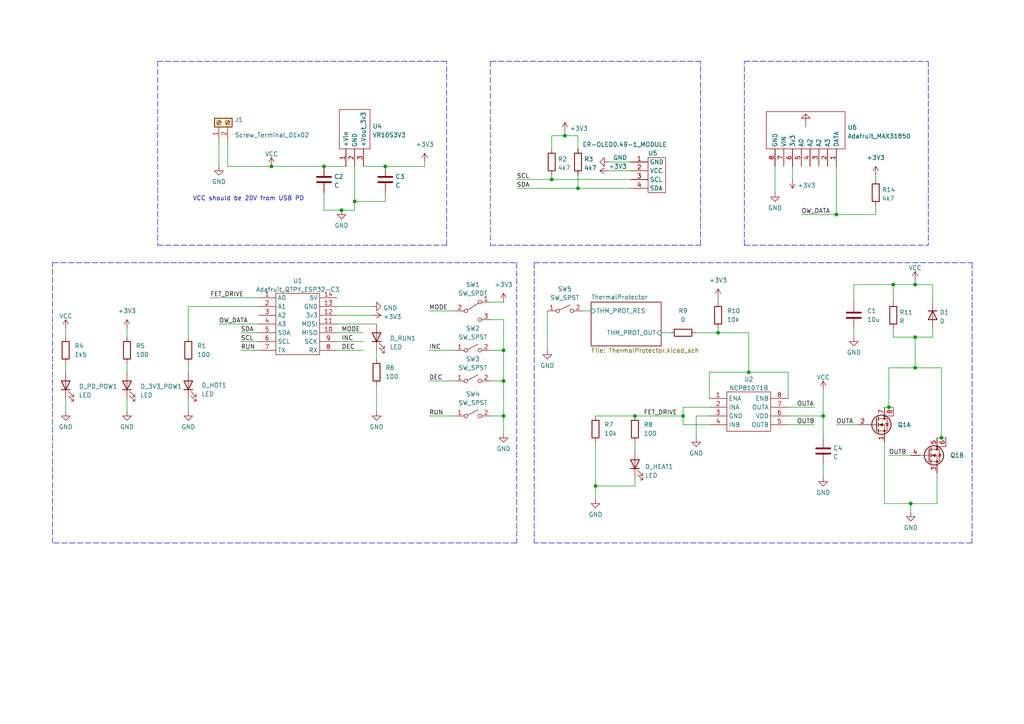
<source format=kicad_sch>
(kicad_sch (version 20211123) (generator eeschema)
  (paper "A4")
  (lib_symbols
    (symbol "Connector:Screw_Terminal_01x02" (pin_names (offset 1.016) hide)
      (property "Reference" "J" (at 0 2.54 0))
      (property "Value" "Screw_Terminal_01x02" (at 0 -5.08 0))
      (symbol "Screw_Terminal_01x02_1_1"
        (rectangle (start -1.27 1.27) (end 1.27 -3.81) (stroke (width 0.254)) (fill (type background)))
        (circle (center 0 -2.54) (radius 0.635) (stroke (width 0.1524)))
        (polyline (pts (xy -0.5334 -2.2098) (xy 0.3302 -3.048)) (stroke (width 0.1524)))
        (polyline (pts (xy -0.5334 0.3302) (xy 0.3302 -0.508)) (stroke (width 0.1524)))
        (polyline (pts (xy -0.3556 -2.032) (xy 0.508 -2.8702)) (stroke (width 0.1524)))
        (polyline (pts (xy -0.3556 0.508) (xy 0.508 -0.3302)) (stroke (width 0.1524)))
        (circle (center 0 0) (radius 0.635) (stroke (width 0.1524)))
        (pin passive line (at -5.08 0 0) (length 3.81) (name "Pin_1") (number "1"))
        (pin passive line (at -5.08 -2.54 0) (length 3.81) (name "Pin_2") (number "2"))
      )
    )
    (symbol "DevBoards:Adafruit_MAX31850"
      (property "Reference" "U" (at -10.16 3.175 0))
      (property "Value" "Adafruit_MAX31850" (at -1.905 5.08 0))
      (symbol "Adafruit_MAX31850_0_0"
        (pin unspecified line (at 8.89 -13.97 90) (length 5.08) (name "DATA") (number "1"))
        (pin unspecified line (at 6.35 -13.97 90) (length 5.08) (name "A3") (number "2"))
        (pin unspecified line (at 3.81 -13.97 90) (length 5.08) (name "A2") (number "3"))
        (pin unspecified line (at 1.27 -13.97 90) (length 5.08) (name "A2") (number "4"))
        (pin unspecified line (at -1.27 -13.97 90) (length 5.08) (name "A0") (number "5"))
        (pin unspecified line (at -3.81 -13.97 90) (length 5.08) (name "3v3") (number "6"))
        (pin unspecified line (at -6.35 -13.97 90) (length 5.08) (name "VIN") (number "7"))
        (pin unspecified line (at -8.89 -13.97 90) (length 5.08) (name "GND") (number "8"))
      )
      (symbol "Adafruit_MAX31850_0_1"
        (rectangle (start -11.43 1.905) (end 11.43 -8.89) (stroke (width 0.1524)))
        (polyline (pts (xy 0 -2.54) (xy 0 1.27) (xy -1.27 0) (xy 1.27 0) (xy 0 1.27)) (stroke (width 0.1524)))
      )
    )
    (symbol "DevBoards:Adafruit_QTPY_ESP32-C3"
      (property "Reference" "U" (at -11.43 3.81 0))
      (property "Value" "Adafruit_QTPY_ESP32-C3" (at 0 6.35 0))
      (symbol "Adafruit_QTPY_ESP32-C3_0_0"
        (pin unspecified line (at -11.43 0 0) (length 5.08) (name "A0") (number "1"))
        (pin unspecified line (at 11.43 -10.16 180) (length 5.08) (name "MISO") (number "10"))
        (pin unspecified line (at 11.43 -7.62 180) (length 5.08) (name "MOSI") (number "11"))
        (pin unspecified line (at 11.43 -5.08 180) (length 5.08) (name "3v3") (number "12"))
        (pin unspecified line (at 11.43 -2.54 180) (length 5.08) (name "GND") (number "13"))
        (pin unspecified line (at 11.43 0 180) (length 5.08) (name "5V") (number "14"))
        (pin unspecified line (at -11.43 -2.54 0) (length 5.08) (name "A1") (number "2"))
        (pin unspecified line (at -11.43 -5.08 0) (length 5.08) (name "A2") (number "3"))
        (pin unspecified line (at -11.43 -7.62 0) (length 5.08) (name "A3") (number "4"))
        (pin unspecified line (at -11.43 -10.16 0) (length 5.08) (name "SDA") (number "5"))
        (pin unspecified line (at -11.43 -12.7 0) (length 5.08) (name "SCL") (number "6"))
        (pin unspecified line (at -11.43 -15.24 0) (length 5.08) (name "TX") (number "7"))
        (pin unspecified line (at 11.43 -15.24 180) (length 5.08) (name "RX") (number "8"))
        (pin unspecified line (at 11.43 -12.7 180) (length 5.08) (name "SCK") (number "9"))
      )
      (symbol "Adafruit_QTPY_ESP32-C3_0_1"
        (rectangle (start -6.35 1.27) (end 6.35 -16.51) (stroke (width 0.1524)))
      )
    )
    (symbol "DevBoards:ER-OLED0.49-1_MODULE"
      (property "Reference" "U" (at -11.43 3.175 0))
      (property "Value" "ER-OLED0.49-1_MODULE" (at 0 5.08 0))
      (symbol "ER-OLED0.49-1_MODULE_0_0"
        (pin unspecified line (at -3.81 -10.16 90) (length 5.08) (name "GND") (number "1"))
        (pin unspecified line (at -1.27 -10.16 90) (length 5.08) (name "VCC") (number "2"))
        (pin unspecified line (at 1.27 -10.16 90) (length 5.08) (name "SCL") (number "3"))
        (pin unspecified line (at 3.81 -10.16 90) (length 5.08) (name "SDA") (number "4"))
      )
      (symbol "ER-OLED0.49-1_MODULE_0_1"
        (rectangle (start -5.08 0) (end 5.08 -5.08) (stroke (width 0.1524)))
      )
    )
    (symbol "Device:C" (pin_numbers hide) (pin_names (offset 0.254))
      (property "Reference" "C" (at 0.635 2.54 0))
      (property "Value" "C" (at 0.635 -2.54 0))
      (symbol "C_0_1"
        (polyline (pts (xy -2.032 -0.762) (xy 2.032 -0.762)) (stroke (width 0.508)))
        (polyline (pts (xy -2.032 0.762) (xy 2.032 0.762)) (stroke (width 0.508)))
      )
      (symbol "C_1_1"
        (pin passive line (at 0 3.81 270) (length 2.794) (name "~") (number "1"))
        (pin passive line (at 0 -3.81 90) (length 2.794) (name "~") (number "2"))
      )
    )
    (symbol "Device:D" (pin_numbers hide) (pin_names (offset 1.016) hide)
      (property "Reference" "D" (at 0 2.54 0))
      (property "Value" "D" (at 0 -2.54 0))
      (symbol "D_0_1"
        (polyline (pts (xy -1.27 1.27) (xy -1.27 -1.27)) (stroke (width 0.254)))
        (polyline (pts (xy 1.27 0) (xy -1.27 0)))
        (polyline (pts (xy 1.27 1.27) (xy 1.27 -1.27) (xy -1.27 0) (xy 1.27 1.27)) (stroke (width 0.254)))
      )
      (symbol "D_1_1"
        (pin passive line (at -3.81 0 0) (length 2.54) (name "K") (number "1"))
        (pin passive line (at 3.81 0 180) (length 2.54) (name "A") (number "2"))
      )
    )
    (symbol "Device:LED" (pin_numbers hide) (pin_names (offset 1.016) hide)
      (property "Reference" "D" (at 0 2.54 0))
      (property "Value" "LED" (at 0 -2.54 0))
      (symbol "LED_0_1"
        (polyline (pts (xy -1.27 -1.27) (xy -1.27 1.27)) (stroke (width 0.254)))
        (polyline (pts (xy -1.27 0) (xy 1.27 0)))
        (polyline (pts (xy 1.27 -1.27) (xy 1.27 1.27) (xy -1.27 0) (xy 1.27 -1.27)) (stroke (width 0.254)))
        (polyline (pts (xy -3.048 -0.762) (xy -4.572 -2.286) (xy -3.81 -2.286) (xy -4.572 -2.286) (xy -4.572 -1.524)))
        (polyline (pts (xy -1.778 -0.762) (xy -3.302 -2.286) (xy -2.54 -2.286) (xy -3.302 -2.286) (xy -3.302 -1.524)))
      )
      (symbol "LED_1_1"
        (pin passive line (at -3.81 0 0) (length 2.54) (name "K") (number "1"))
        (pin passive line (at 3.81 0 180) (length 2.54) (name "A") (number "2"))
      )
    )
    (symbol "Device:Q_Dual_NMOS_S1G1S2G2D2D2D1D1" (pin_names (offset 0) hide)
      (property "Reference" "Q" (at 5.08 1.27 0))
      (property "Value" "Q_Dual_NMOS_S1G1S2G2D2D2D1D1" (at 5.08 -1.27 0))
      (symbol "Q_Dual_NMOS_S1G1S2G2D2D2D1D1_0_1"
        (polyline (pts (xy 0.254 0) (xy -2.54 0)))
        (polyline (pts (xy 0.254 1.905) (xy 0.254 -1.905)) (stroke (width 0.254)))
        (polyline (pts (xy 0.762 -1.27) (xy 0.762 -2.286)) (stroke (width 0.254)))
        (polyline (pts (xy 0.762 0.508) (xy 0.762 -0.508)) (stroke (width 0.254)))
        (polyline (pts (xy 0.762 2.286) (xy 0.762 1.27)) (stroke (width 0.254)))
        (polyline (pts (xy 2.54 2.54) (xy 2.54 1.778)))
        (polyline (pts (xy 5.08 2.54) (xy 2.54 2.54)))
        (polyline (pts (xy 2.54 -2.54) (xy 2.54 0) (xy 0.762 0)))
        (polyline (pts (xy 0.762 -1.778) (xy 3.302 -1.778) (xy 3.302 1.778) (xy 0.762 1.778)))
        (polyline (pts (xy 1.016 0) (xy 2.032 0.381) (xy 2.032 -0.381) (xy 1.016 0)) (fill (type outline)))
        (polyline (pts (xy 2.794 0.508) (xy 2.921 0.381) (xy 3.683 0.381) (xy 3.81 0.254)))
        (polyline (pts (xy 3.302 0.381) (xy 2.921 -0.254) (xy 3.683 -0.254) (xy 3.302 0.381)))
        (circle (center 1.651 0) (radius 2.794) (stroke (width 0.254)))
        (circle (center 2.54 -1.778) (radius 0.254) (fill (type outline)))
        (circle (center 2.54 1.778) (radius 0.254) (fill (type outline)))
        (circle (center 2.54 2.54) (radius 0.254) (fill (type outline)))
      )
      (symbol "Q_Dual_NMOS_S1G1S2G2D2D2D1D1_1_1"
        (pin passive line (at 2.54 -5.08 90) (length 2.54) (name "S") (number "1"))
        (pin input line (at -5.08 0 0) (length 2.54) (name "G") (number "2"))
        (pin passive line (at 2.54 5.08 270) (length 2.54) (name "D") (number "7"))
        (pin passive line (at 5.08 5.08 270) (length 2.54) (name "D") (number "8"))
      )
      (symbol "Q_Dual_NMOS_S1G1S2G2D2D2D1D1_2_1"
        (pin passive line (at 2.54 -5.08 90) (length 2.54) (name "S") (number "3"))
        (pin input line (at -5.08 0 0) (length 2.54) (name "G") (number "4"))
        (pin passive line (at 2.54 5.08 270) (length 2.54) (name "D") (number "5"))
        (pin passive line (at 5.08 5.08 270) (length 2.54) (name "D") (number "6"))
      )
    )
    (symbol "Device:R" (pin_numbers hide) (pin_names (offset 0))
      (property "Reference" "R" (at 2.032 0 90))
      (property "Value" "R" (at 0 0 90))
      (symbol "R_0_1"
        (rectangle (start -1.016 -2.54) (end 1.016 2.54) (stroke (width 0.254)))
      )
      (symbol "R_1_1"
        (pin passive line (at 0 3.81 270) (length 1.27) (name "~") (number "1"))
        (pin passive line (at 0 -3.81 90) (length 1.27) (name "~") (number "2"))
      )
    )
    (symbol "Switch:SW_SPDT" (pin_names (offset 0) hide)
      (property "Reference" "SW" (at 0 4.318 0))
      (property "Value" "SW_SPDT" (at 0 -5.08 0))
      (symbol "SW_SPDT_0_0"
        (circle (center -2.032 0) (radius 0.508))
        (circle (center 2.032 -2.54) (radius 0.508))
      )
      (symbol "SW_SPDT_0_1"
        (polyline (pts (xy -1.524 0.254) (xy 1.651 2.286)))
        (circle (center 2.032 2.54) (radius 0.508))
      )
      (symbol "SW_SPDT_1_1"
        (pin passive line (at 5.08 2.54 180) (length 2.54) (name "A") (number "1"))
        (pin passive line (at -5.08 0 0) (length 2.54) (name "B") (number "2"))
        (pin passive line (at 5.08 -2.54 180) (length 2.54) (name "C") (number "3"))
      )
    )
    (symbol "Switch:SW_SPST" (pin_names (offset 0) hide)
      (property "Reference" "SW" (at 0 3.175 0))
      (property "Value" "SW_SPST" (at 0 -2.54 0))
      (symbol "SW_SPST_0_0"
        (circle (center -2.032 0) (radius 0.508))
        (polyline (pts (xy -1.524 0.254) (xy 1.524 1.778)))
        (circle (center 2.032 0) (radius 0.508))
      )
      (symbol "SW_SPST_1_1"
        (pin passive line (at -5.08 0 0) (length 2.54) (name "A") (number "1"))
        (pin passive line (at 5.08 0 180) (length 2.54) (name "B") (number "2"))
      )
    )
    (symbol "dcdcmodule:VR10S3V3"
      (property "Reference" "U" (at -3.81 3.81 0))
      (property "Value" "VR10S3V3" (at 0 5.715 0))
      (symbol "VR10S3V3_0_0"
        (pin unspecified line (at -2.54 -14.605 90) (length 5.08) (name "+Vin") (number "1"))
        (pin unspecified line (at 0 -14.605 90) (length 5.08) (name "GND") (number "2"))
        (pin unspecified line (at 2.54 -14.605 90) (length 5.08) (name "+Vout_3v3") (number "3"))
      )
      (symbol "VR10S3V3_0_1"
        (rectangle (start -4.445 1.905) (end 4.445 -9.525) (stroke (width 0.1524)))
      )
    )
    (symbol "power:+3V3" (power) (pin_names (offset 0))
      (property "Value" "+3V3" (at 0 3.556 0))
      (symbol "+3V3_0_1"
        (polyline (pts (xy -0.762 1.27) (xy 0 2.54)))
        (polyline (pts (xy 0 0) (xy 0 2.54)))
        (polyline (pts (xy 0 2.54) (xy 0.762 1.27)))
      )
      (symbol "+3V3_1_1"
        (pin power_in line (at 0 0 90) (length 0) hide (name "+3V3") (number "1"))
      )
    )
    (symbol "power:GND" (power) (pin_names (offset 0))
      (property "Value" "GND" (at 0 -3.81 0))
      (symbol "GND_0_1"
        (polyline (pts (xy 0 0) (xy 0 -1.27) (xy 1.27 -1.27) (xy 0 -2.54) (xy -1.27 -1.27) (xy 0 -1.27)))
      )
      (symbol "GND_1_1"
        (pin power_in line (at 0 0 270) (length 0) hide (name "GND") (number "1"))
      )
    )
    (symbol "power:VCC" (power) (pin_names (offset 0))
      (property "Value" "VCC" (at 0 3.81 0))
      (symbol "VCC_0_1"
        (polyline (pts (xy -0.762 1.27) (xy 0 2.54)))
        (polyline (pts (xy 0 0) (xy 0 2.54)))
        (polyline (pts (xy 0 2.54) (xy 0.762 1.27)))
      )
      (symbol "VCC_1_1"
        (pin power_in line (at 0 0 90) (length 0) hide (name "VCC") (number "1"))
      )
    )
    (symbol "project_assorted:NCP81071B"
      (property "Reference" "U" (at -5.08 3.175 0))
      (property "Value" "NCP81071B" (at 0 5.08 0))
      (symbol "NCP81071B_0_0"
        (pin unspecified line (at -11.43 0 0) (length 5.08) (name "ENA") (number "1"))
        (pin unspecified line (at -11.43 -2.54 0) (length 5.08) (name "INA") (number "2"))
        (pin unspecified line (at -11.43 -5.08 0) (length 5.08) (name "GND") (number "3"))
        (pin unspecified line (at -11.43 -7.62 0) (length 5.08) (name "INB") (number "4"))
        (pin unspecified line (at 11.43 -7.62 180) (length 5.08) (name "OUTB") (number "5"))
        (pin unspecified line (at 11.43 -5.08 180) (length 5.08) (name "VDD") (number "6"))
        (pin unspecified line (at 11.43 -2.54 180) (length 5.08) (name "OUTA") (number "7"))
        (pin unspecified line (at 11.43 0 180) (length 5.08) (name "ENB") (number "8"))
      )
      (symbol "NCP81071B_0_1"
        (rectangle (start -6.35 1.905) (end 6.35 -9.525) (stroke (width 0.1524)))
      )
    )
  )
  (junction (at 208.28 96.52))
  (junction (at 265.43 97.79))
  (junction (at 146.05 120.65))
  (junction (at 198.12 120.65))
  (junction (at 99.06 60.96))
  (junction (at 265.43 106.68))
  (junction (at 264.16 146.05))
  (junction (at 163.83 39.37))
  (junction (at 146.05 110.49))
  (junction (at 257.81 118.11))
  (junction (at 273.05 127))
  (junction (at 172.72 140.97))
  (junction (at 242.57 62.23))
  (junction (at 265.43 82.55))
  (junction (at 102.87 58.42))
  (junction (at 167.64 54.61))
  (junction (at 146.05 101.6))
  (junction (at 184.15 120.65))
  (junction (at 217.17 107.95))
  (junction (at 259.08 82.55))
  (junction (at 238.76 120.65))
  (junction (at 93.98 48.26))
  (junction (at 78.74 48.26))
  (junction (at 111.76 48.26))
  (junction (at 160.02 52.07))
  (polyline (pts (xy 45.72 17.78) (xy 45.72 71.12)))
  (wire (pts (xy 273.05 106.68) (xy 273.05 127)))
  (wire (pts (xy 228.6 107.95) (xy 228.6 115.57)))
  (wire (pts (xy 167.64 39.37) (xy 167.64 43.18)))
  (wire (pts (xy 172.72 120.65) (xy 184.15 120.65)))
  (wire (pts (xy 19.05 115.57) (xy 19.05 119.38)))
  (wire (pts (xy 256.54 118.11) (xy 257.81 118.11)))
  (wire (pts (xy 172.72 140.97) (xy 172.72 144.78)))
  (wire (pts (xy 60.96 86.36) (xy 74.93 86.36)))
  (polyline (pts (xy 269.24 17.78) (xy 269.24 71.12)))
  (wire (pts (xy 146.05 120.65) (xy 146.05 125.73)))
  (wire (pts (xy 168.91 90.17) (xy 171.45 90.17)))
  (wire (pts (xy 97.79 91.44) (xy 107.95 91.44)))
  (wire (pts (xy 257.81 132.08) (xy 264.16 132.08)))
  (wire (pts (xy 182.88 46.99) (xy 176.53 46.99)))
  (polyline (pts (xy 281.94 157.48) (xy 154.94 157.48)))
  (wire (pts (xy 102.87 60.96) (xy 99.06 60.96)))
  (wire (pts (xy 264.16 146.05) (xy 264.16 148.59)))
  (wire (pts (xy 123.19 46.99) (xy 123.19 48.26)))
  (wire (pts (xy 66.04 40.64) (xy 66.04 48.26)))
  (wire (pts (xy 229.87 52.07) (xy 229.87 48.26)))
  (wire (pts (xy 142.24 87.63) (xy 146.05 87.63)))
  (wire (pts (xy 238.76 113.03) (xy 238.76 120.65)))
  (wire (pts (xy 254 50.8) (xy 254 52.07)))
  (polyline (pts (xy 142.24 17.78) (xy 142.24 71.12)))
  (wire (pts (xy 259.08 97.79) (xy 265.43 97.79)))
  (wire (pts (xy 273.05 127) (xy 274.32 127)))
  (polyline (pts (xy 215.9 71.12) (xy 215.9 17.78)))
  (wire (pts (xy 74.93 88.9) (xy 54.61 88.9)))
  (wire (pts (xy 69.85 101.6) (xy 74.93 101.6)))
  (polyline (pts (xy 15.24 157.48) (xy 15.24 76.2)))
  (wire (pts (xy 172.72 128.27) (xy 172.72 140.97)))
  (wire (pts (xy 205.74 107.95) (xy 217.17 107.95)))
  (wire (pts (xy 256.54 146.05) (xy 264.16 146.05)))
  (wire (pts (xy 201.93 120.65) (xy 201.93 127)))
  (wire (pts (xy 254 62.23) (xy 242.57 62.23)))
  (wire (pts (xy 228.6 118.11) (xy 236.22 118.11)))
  (wire (pts (xy 259.08 97.79) (xy 259.08 95.25)))
  (wire (pts (xy 97.79 99.06) (xy 105.41 99.06)))
  (wire (pts (xy 257.81 118.11) (xy 257.81 106.68)))
  (wire (pts (xy 109.22 101.6) (xy 109.22 104.14)))
  (wire (pts (xy 270.51 97.79) (xy 270.51 95.25)))
  (wire (pts (xy 247.65 95.25) (xy 247.65 97.79)))
  (wire (pts (xy 232.41 62.23) (xy 242.57 62.23)))
  (wire (pts (xy 36.83 95.25) (xy 36.83 97.79)))
  (wire (pts (xy 242.57 62.23) (xy 242.57 48.26)))
  (wire (pts (xy 238.76 120.65) (xy 228.6 120.65)))
  (wire (pts (xy 198.12 120.65) (xy 198.12 123.19)))
  (wire (pts (xy 97.79 93.98) (xy 109.22 93.98)))
  (polyline (pts (xy 149.86 157.48) (xy 15.24 157.48)))
  (wire (pts (xy 257.81 106.68) (xy 265.43 106.68)))
  (polyline (pts (xy 129.54 17.78) (xy 45.72 17.78)))
  (wire (pts (xy 99.06 60.96) (xy 93.98 60.96)))
  (wire (pts (xy 124.46 101.6) (xy 132.08 101.6)))
  (wire (pts (xy 111.76 48.26) (xy 123.19 48.26)))
  (wire (pts (xy 160.02 43.18) (xy 160.02 39.37)))
  (wire (pts (xy 198.12 123.19) (xy 205.74 123.19)))
  (wire (pts (xy 242.57 123.19) (xy 248.92 123.19)))
  (wire (pts (xy 172.72 140.97) (xy 184.15 140.97)))
  (wire (pts (xy 167.64 50.8) (xy 167.64 54.61)))
  (wire (pts (xy 111.76 58.42) (xy 102.87 58.42)))
  (wire (pts (xy 142.24 92.71) (xy 146.05 92.71)))
  (wire (pts (xy 247.65 82.55) (xy 259.08 82.55)))
  (wire (pts (xy 228.6 123.19) (xy 236.22 123.19)))
  (wire (pts (xy 257.81 118.11) (xy 259.08 118.11)))
  (wire (pts (xy 97.79 88.9) (xy 107.95 88.9)))
  (wire (pts (xy 160.02 52.07) (xy 182.88 52.07)))
  (polyline (pts (xy 215.9 71.12) (xy 269.24 71.12)))
  (wire (pts (xy 124.46 90.17) (xy 132.08 90.17)))
  (wire (pts (xy 78.74 48.26) (xy 93.98 48.26)))
  (wire (pts (xy 259.08 82.55) (xy 265.43 82.55)))
  (wire (pts (xy 163.83 39.37) (xy 167.64 39.37)))
  (wire (pts (xy 146.05 110.49) (xy 146.05 120.65)))
  (wire (pts (xy 238.76 127) (xy 238.76 120.65)))
  (wire (pts (xy 19.05 95.25) (xy 19.05 97.79)))
  (wire (pts (xy 97.79 96.52) (xy 105.41 96.52)))
  (wire (pts (xy 149.86 54.61) (xy 167.64 54.61)))
  (wire (pts (xy 184.15 138.43) (xy 184.15 140.97)))
  (wire (pts (xy 265.43 97.79) (xy 270.51 97.79)))
  (polyline (pts (xy 203.2 71.12) (xy 203.2 17.78)))
  (polyline (pts (xy 215.9 17.78) (xy 269.24 17.78)))
  (wire (pts (xy 66.04 48.26) (xy 78.74 48.26)))
  (wire (pts (xy 167.64 54.61) (xy 182.88 54.61)))
  (wire (pts (xy 265.43 97.79) (xy 265.43 106.68)))
  (polyline (pts (xy 142.24 17.78) (xy 203.2 17.78)))
  (wire (pts (xy 163.83 38.1) (xy 163.83 39.37)))
  (wire (pts (xy 205.74 115.57) (xy 205.74 107.95)))
  (wire (pts (xy 191.77 96.52) (xy 194.31 96.52)))
  (wire (pts (xy 271.78 146.05) (xy 271.78 137.16)))
  (wire (pts (xy 160.02 50.8) (xy 160.02 52.07)))
  (wire (pts (xy 146.05 101.6) (xy 146.05 110.49)))
  (polyline (pts (xy 45.72 71.12) (xy 129.54 71.12)))
  (wire (pts (xy 146.05 92.71) (xy 146.05 101.6)))
  (wire (pts (xy 142.24 120.65) (xy 146.05 120.65)))
  (wire (pts (xy 36.83 115.57) (xy 36.83 119.38)))
  (polyline (pts (xy 142.24 71.12) (xy 203.2 71.12)))
  (wire (pts (xy 247.65 87.63) (xy 247.65 82.55)))
  (wire (pts (xy 36.83 105.41) (xy 36.83 107.95)))
  (wire (pts (xy 217.17 107.95) (xy 217.17 96.52)))
  (wire (pts (xy 142.24 110.49) (xy 146.05 110.49)))
  (wire (pts (xy 208.28 95.25) (xy 208.28 96.52)))
  (wire (pts (xy 111.76 55.88) (xy 111.76 58.42)))
  (wire (pts (xy 124.46 110.49) (xy 132.08 110.49)))
  (wire (pts (xy 184.15 120.65) (xy 198.12 120.65)))
  (wire (pts (xy 265.43 106.68) (xy 273.05 106.68)))
  (wire (pts (xy 265.43 82.55) (xy 270.51 82.55)))
  (wire (pts (xy 208.28 86.36) (xy 208.28 87.63)))
  (wire (pts (xy 198.12 118.11) (xy 198.12 120.65)))
  (wire (pts (xy 264.16 146.05) (xy 271.78 146.05)))
  (wire (pts (xy 271.78 127) (xy 273.05 127)))
  (wire (pts (xy 69.85 96.52) (xy 74.93 96.52)))
  (polyline (pts (xy 154.94 76.2) (xy 154.94 157.48)))
  (wire (pts (xy 105.41 48.26) (xy 111.76 48.26)))
  (wire (pts (xy 63.5 93.98) (xy 74.93 93.98)))
  (wire (pts (xy 201.93 96.52) (xy 208.28 96.52)))
  (wire (pts (xy 176.53 49.53) (xy 182.88 49.53)))
  (wire (pts (xy 149.86 52.07) (xy 160.02 52.07)))
  (wire (pts (xy 69.85 99.06) (xy 74.93 99.06)))
  (wire (pts (xy 142.24 101.6) (xy 146.05 101.6)))
  (polyline (pts (xy 129.54 71.12) (xy 129.54 17.78)))
  (wire (pts (xy 224.79 48.26) (xy 224.79 55.88)))
  (wire (pts (xy 102.87 48.26) (xy 102.87 58.42)))
  (wire (pts (xy 238.76 134.62) (xy 238.76 138.43)))
  (wire (pts (xy 217.17 107.95) (xy 228.6 107.95)))
  (wire (pts (xy 205.74 120.65) (xy 201.93 120.65)))
  (wire (pts (xy 54.61 105.41) (xy 54.61 107.95)))
  (polyline (pts (xy 281.94 76.2) (xy 281.94 157.48)))
  (wire (pts (xy 102.87 58.42) (xy 102.87 60.96)))
  (wire (pts (xy 54.61 97.79) (xy 54.61 88.9)))
  (wire (pts (xy 19.05 105.41) (xy 19.05 107.95)))
  (wire (pts (xy 184.15 128.27) (xy 184.15 130.81)))
  (wire (pts (xy 259.08 87.63) (xy 259.08 82.55)))
  (wire (pts (xy 158.75 90.17) (xy 158.75 101.6)))
  (wire (pts (xy 93.98 48.26) (xy 100.33 48.26)))
  (wire (pts (xy 265.43 81.28) (xy 265.43 82.55)))
  (wire (pts (xy 97.79 101.6) (xy 105.41 101.6)))
  (wire (pts (xy 256.54 128.27) (xy 256.54 146.05)))
  (wire (pts (xy 217.17 96.52) (xy 208.28 96.52)))
  (wire (pts (xy 160.02 39.37) (xy 163.83 39.37)))
  (polyline (pts (xy 154.94 76.2) (xy 281.94 76.2)))
  (wire (pts (xy 63.5 40.64) (xy 63.5 48.26)))
  (wire (pts (xy 205.74 118.11) (xy 198.12 118.11)))
  (wire (pts (xy 109.22 111.76) (xy 109.22 119.38)))
  (polyline (pts (xy 149.86 76.2) (xy 149.86 157.48)))
  (wire (pts (xy 93.98 60.96) (xy 93.98 55.88)))
  (wire (pts (xy 270.51 82.55) (xy 270.51 87.63)))
  (wire (pts (xy 254 59.69) (xy 254 62.23)))
  (wire (pts (xy 54.61 115.57) (xy 54.61 119.38)))
  (polyline (pts (xy 15.24 76.2) (xy 149.86 76.2)))
  (wire (pts (xy 124.46 120.65) (xy 132.08 120.65)))
  (text "VCC should be 20V from USB PD " (at 55.88 58.42 0) (effects (font (size 1.27 1.27)) (justify left bottom)))
  (label "OUTB" (at 257.81 132.08 0))
  (label "SCL" (at 69.85 99.06 0))
  (label "OUTA" (at 242.57 123.19 0))
  (label "RUN" (at 124.46 120.65 0))
  (label "SDA" (at 69.85 96.52 0))
  (label "INC" (at 124.46 101.6 0))
  (label "OW_DATA" (at 63.5 93.98 0))
  (label "DEC" (at 124.46 110.49 0))
  (label "INC" (at 99.06 99.06 0))
  (label "MODE" (at 99.06 96.52 0))
  (label "FET_DRIVE" (at 60.96 86.36 0))
  (label "DEC" (at 99.06 101.6 0))
  (label "OW_DATA" (at 232.41 62.23 0))
  (label "OUTB" (at 231.14 123.19 0))
  (label "SCL" (at 149.86 52.07 0))
  (label "OUTA" (at 231.14 118.11 0))
  (label "RUN" (at 69.85 101.6 0))
  (label "MODE" (at 124.46 90.17 0))
  (label "SDA" (at 149.86 54.61 0))
  (label "FET_DRIVE" (at 186.69 120.65 0))
  (symbol (lib_id "power:+3V3") (at 146.05 87.63 0) (unit 1)
    (property "Reference" "#PWR0110" (effects hide))
    (property "Value" "+3V3" (at 146.05 82.55 0))
  )
  (symbol (lib_id "Device:LED") (at 19.05 111.76 90) (unit 1)
    (property "Reference" "D_PD_POW1" (at 22.86 112.0774 90) (effects (justify right)))
    (property "Value" "LED" (at 22.86 114.6174 90) (effects (justify right)))
    (property "Footprint" "LED_SMD:LED_0603_1608Metric_Pad1.05x0.95mm_HandSolder" (effects hide))
  )
  (symbol (lib_id "DevBoards:Adafruit_MAX31850") (at 233.68 34.29 0) (unit 1)
    (property "Reference" "U6" (at 245.8212 36.9478 0) (effects (justify left)))
    (property "Value" "Adafruit_MAX31850" (at 245.8212 39.4847 0) (effects (justify left)))
    (property "Footprint" "Connector_PinSocket_2.54mm:PinSocket_1x08_P2.54mm_Vertical" (effects hide))
  )
  (symbol (lib_id "Switch:SW_SPST") (at 137.16 120.65 0) (unit 1)
    (property "Reference" "SW4" (at 137.16 114.3 0))
    (property "Value" "SW_SPST" (at 137.16 116.84 0))
    (property "Footprint" "Button_Switch_SMD:SW_SPST_PTS645" (effects hide))
  )
  (symbol (lib_id "Device:R") (at 172.72 124.46 0) (unit 1)
    (property "Reference" "R7" (at 175.26 123.1899 0) (effects (justify left)))
    (property "Value" "10k" (at 175.26 125.7299 0) (effects (justify left)))
    (property "Footprint" "Resistor_SMD:R_0805_2012Metric_Pad1.20x1.40mm_HandSolder" (effects hide))
  )
  (symbol (lib_id "power:GND") (at 146.05 125.73 0) (unit 1)
    (property "Reference" "#PWR0113" (effects hide))
    (property "Value" "GND" (at 146.05 130.1734 0))
  )
  (symbol (lib_id "Device:R") (at 184.15 124.46 0) (unit 1)
    (property "Reference" "R8" (at 186.69 123.1899 0) (effects (justify left)))
    (property "Value" "100" (at 186.69 125.7299 0) (effects (justify left)))
    (property "Footprint" "Resistor_SMD:R_0805_2012Metric_Pad1.20x1.40mm_HandSolder" (effects hide))
  )
  (symbol (lib_id "Device:R") (at 198.12 96.52 90) (unit 1)
    (property "Reference" "R9" (at 198.12 90.17 90))
    (property "Value" "0" (at 198.12 92.71 90))
    (property "Footprint" "Jumper:SolderJumper-2_P1.3mm_Bridged_RoundedPad1.0x1.5mm" (effects hide))
  )
  (symbol (lib_id "Device:R") (at 19.05 101.6 0) (unit 1)
    (property "Reference" "R4" (at 21.59 100.3299 0) (effects (justify left)))
    (property "Value" "1k5" (at 21.59 102.8699 0) (effects (justify left)))
    (property "Footprint" "Resistor_SMD:R_0805_2012Metric_Pad1.20x1.40mm_HandSolder" (effects hide))
  )
  (symbol (lib_id "power:+3V3") (at 208.28 86.36 0) (unit 1)
    (property "Reference" "#PWR0107" (effects hide))
    (property "Value" "+3V3" (at 208.28 81.28 0))
  )
  (symbol (lib_id "power:VCC") (at 19.05 95.25 0) (unit 1)
    (property "Reference" "#PWR0130" (effects hide))
    (property "Value" "VCC" (at 19.05 91.6742 0))
  )
  (symbol (lib_id "Device:R") (at 109.22 107.95 0) (unit 1)
    (property "Reference" "R6" (at 111.76 106.6799 0) (effects (justify left)))
    (property "Value" "100" (at 111.76 109.2199 0) (effects (justify left)))
    (property "Footprint" "Resistor_SMD:R_0805_2012Metric_Pad1.20x1.40mm_HandSolder" (effects hide))
  )
  (symbol (lib_id "power:VCC") (at 265.43 81.28 0) (unit 1)
    (property "Reference" "#PWR0126" (effects hide))
    (property "Value" "VCC" (at 265.43 77.7042 0))
  )
  (symbol (lib_id "Device:R") (at 208.28 91.44 0) (unit 1)
    (property "Reference" "R10" (at 210.82 90.1699 0) (effects (justify left)))
    (property "Value" "10k" (at 210.82 92.7099 0) (effects (justify left)))
    (property "Footprint" "Resistor_SMD:R_0805_2012Metric_Pad1.20x1.40mm_HandSolder" (effects hide))
  )
  (symbol (lib_id "DevBoards:Adafruit_QTPY_ESP32-C3") (at 86.36 86.36 0) (unit 1)
    (property "Reference" "U1" (at 86.36 81.441 0))
    (property "Value" "Adafruit_QTPY_ESP32-C3" (at 86.36 83.9779 0))
    (property "Footprint" "DevBoards:QTPY ESP32 C3" (effects hide))
  )
  (symbol (lib_id "Switch:SW_SPST") (at 137.16 101.6 0) (unit 1)
    (property "Reference" "SW2" (at 137.16 95.25 0))
    (property "Value" "SW_SPST" (at 137.16 97.79 0))
    (property "Footprint" "Button_Switch_SMD:SW_SPST_PTS645" (effects hide))
  )
  (symbol (lib_id "power:+3V3") (at 123.19 46.99 0) (unit 1)
    (property "Reference" "#PWR0132" (effects hide))
    (property "Value" "+3V3" (at 123.19 41.91 0))
  )
  (symbol (lib_id "power:VCC") (at 78.74 48.26 0) (unit 1)
    (property "Reference" "#PWR0133" (effects hide))
    (property "Value" "VCC" (at 78.74 44.6842 0))
  )
  (symbol (lib_id "Device:Q_Dual_NMOS_S1G1S2G2D2D2D1D1") (at 269.24 132.08 0) (unit 2)
    (property "Reference" "Q1" (at 275.59 132.0799 0) (effects (justify left)))
    (property "Value" "Q_Dual_NMOS_S1G1S2G2D2D2D1D1" (effects hide))
    (property "Footprint" "Package_SO:SOIC-8_3.9x4.9mm_P1.27mm" (effects hide))
  )
  (symbol (lib_id "power:GND") (at 224.79 55.88 0) (unit 1)
    (property "Reference" "#PWR0122" (effects hide))
    (property "Value" "GND" (at 224.79 60.3234 0))
  )
  (symbol (lib_id "Device:LED") (at 184.15 134.62 90) (unit 1)
    (property "Reference" "D_HEAT1" (at 187.071 135.3728 90) (effects (justify right)))
    (property "Value" "LED" (at 187.071 137.9097 90) (effects (justify right)))
    (property "Footprint" "LED_SMD:LED_0603_1608Metric_Pad1.05x0.95mm_HandSolder" (effects hide))
  )
  (symbol (lib_id "Device:C") (at 238.76 130.81 0) (unit 1)
    (property "Reference" "C4" (at 241.681 129.9753 0) (effects (justify left)))
    (property "Value" "C" (at 241.681 132.5122 0) (effects (justify left)))
    (property "Footprint" "Capacitor_SMD:C_0805_2012Metric_Pad1.18x1.45mm_HandSolder" (effects hide))
  )
  (symbol (lib_id "dcdcmodule:VR10S3V3") (at 102.87 33.655 0) (unit 1)
    (property "Reference" "U4" (at 108.0262 36.6303 0) (effects (justify left)))
    (property "Value" "VR10S3V3" (at 108.0262 39.1672 0) (effects (justify left)))
    (property "Footprint" "DevBoards:3pinDCDC" (effects hide))
  )
  (symbol (lib_id "Device:R") (at 254 55.88 0) (unit 1)
    (property "Reference" "R14" (at 255.778 55.0453 0) (effects (justify left)))
    (property "Value" "4k7" (at 255.778 57.5822 0) (effects (justify left)))
    (property "Footprint" "Resistor_SMD:R_0805_2012Metric_Pad1.20x1.40mm_HandSolder" (effects hide))
  )
  (symbol (lib_id "power:GND") (at 176.53 46.99 270) (unit 1)
    (property "Reference" "#PWR0119" (effects hide))
    (property "Value" "GND" (at 177.8 45.72 90) (effects (justify left)))
  )
  (symbol (lib_id "power:+3V3") (at 107.95 91.44 270) (unit 1)
    (property "Reference" "#PWR0127" (effects hide))
    (property "Value" "+3V3" (at 111.125 91.8738 90) (effects (justify left)))
  )
  (symbol (lib_id "Device:C") (at 111.76 52.07 0) (unit 1)
    (property "Reference" "C3" (at 114.681 51.2353 0) (effects (justify left)))
    (property "Value" "C" (at 114.681 53.7722 0) (effects (justify left)))
    (property "Footprint" "Capacitor_SMD:C_0805_2012Metric_Pad1.18x1.45mm_HandSolder" (effects hide))
  )
  (symbol (lib_id "Device:LED") (at 109.22 97.79 90) (unit 1)
    (property "Reference" "D_RUN1" (at 113.03 98.1074 90) (effects (justify right)))
    (property "Value" "LED" (at 113.03 100.6474 90) (effects (justify right)))
    (property "Footprint" "LED_SMD:LED_0603_1608Metric_Pad1.05x0.95mm_HandSolder" (effects hide))
  )
  (symbol (lib_id "Connector:Screw_Terminal_01x02") (at 63.5 35.56 90) (unit 1)
    (property "Reference" "J1" (at 68.072 34.7253 90) (effects (justify right)))
    (property "Value" "Screw_Terminal_01x02" (at 68.072 39.1672 90) (effects (justify right)))
  )
  (symbol (lib_id "power:GND") (at 36.83 119.38 0) (unit 1)
    (property "Reference" "#PWR0102" (effects hide))
    (property "Value" "GND" (at 36.83 123.8234 0))
  )
  (symbol (lib_id "Device:R") (at 54.61 101.6 0) (unit 1)
    (property "Reference" "R1" (at 57.15 100.3299 0) (effects (justify left)))
    (property "Value" "100" (at 57.15 102.8699 0) (effects (justify left)))
    (property "Footprint" "Resistor_SMD:R_0805_2012Metric_Pad1.20x1.40mm_HandSolder" (effects hide))
  )
  (symbol (lib_id "power:GND") (at 238.76 138.43 0) (unit 1)
    (property "Reference" "#PWR0134" (effects hide))
    (property "Value" "GND" (at 238.76 142.8734 0))
  )
  (symbol (lib_id "power:+3V3") (at 229.87 52.07 180) (unit 1)
    (property "Reference" "#PWR0123" (effects hide))
    (property "Value" "+3V3" (at 231.267 53.7738 0) (effects (justify right)))
  )
  (symbol (lib_id "power:GND") (at 54.61 119.38 0) (unit 1)
    (property "Reference" "#PWR0101" (effects hide))
    (property "Value" "GND" (at 54.61 123.8234 0))
  )
  (symbol (lib_id "Device:R") (at 36.83 101.6 0) (unit 1)
    (property "Reference" "R5" (at 39.37 100.3299 0) (effects (justify left)))
    (property "Value" "100" (at 39.37 102.8699 0) (effects (justify left)))
    (property "Footprint" "Resistor_SMD:R_0805_2012Metric_Pad1.20x1.40mm_HandSolder" (effects hide))
  )
  (symbol (lib_id "Device:Q_Dual_NMOS_S1G1S2G2D2D2D1D1") (at 254 123.19 0) (unit 1)
    (property "Reference" "Q1" (at 260.35 123.1899 0) (effects (justify left)))
    (property "Value" "Q_Dual_NMOS_S1G1S2G2D2D2D1D1" (effects hide))
    (property "Footprint" "Package_SO:SOIC-8_3.9x4.9mm_P1.27mm" (effects hide))
  )
  (symbol (lib_id "Device:R") (at 160.02 46.99 0) (unit 1)
    (property "Reference" "R2" (at 161.798 46.1553 0) (effects (justify left)))
    (property "Value" "4k7" (at 161.798 48.6922 0) (effects (justify left)))
    (property "Footprint" "Resistor_SMD:R_0805_2012Metric_Pad1.20x1.40mm_HandSolder" (effects hide))
  )
  (symbol (lib_id "power:VCC") (at 238.76 113.03 0) (unit 1)
    (property "Reference" "#PWR0121" (effects hide))
    (property "Value" "VCC" (at 238.76 109.4542 0))
  )
  (symbol (lib_id "power:GND") (at 99.06 60.96 0) (unit 1)
    (property "Reference" "#PWR0129" (effects hide))
    (property "Value" "GND" (at 99.06 65.4034 0))
  )
  (symbol (lib_id "power:+3V3") (at 163.83 38.1 0) (unit 1)
    (property "Reference" "#PWR0120" (effects hide))
    (property "Value" "+3V3" (at 165.227 37.2638 0) (effects (justify left)))
  )
  (symbol (lib_id "power:GND") (at 247.65 97.79 0) (unit 1)
    (property "Reference" "#PWR0109" (effects hide))
    (property "Value" "GND" (at 247.65 102.2334 0))
  )
  (symbol (lib_id "DevBoards:ER-OLED0.49-1_MODULE") (at 193.04 50.8 270) (unit 1)
    (property "Reference" "U5" (at 187.96 44.45 90) (effects (justify left)))
    (property "Value" "ER-OLED0.49-1_MODULE" (at 168.91 41.91 90) (effects (justify left)))
    (property "Footprint" "Connector_PinSocket_2.54mm:PinSocket_1x04_P2.54mm_Vertical" (effects hide))
  )
  (symbol (lib_id "Device:D") (at 270.51 91.44 270) (unit 1)
    (property "Reference" "D1" (at 272.542 90.6053 90) (effects (justify left)))
    (property "Value" "D" (at 272.542 93.1422 90) (effects (justify left)))
    (property "Footprint" "Diode_SMD:D_SMB_Handsoldering" (effects hide))
  )
  (symbol (lib_id "Device:LED") (at 36.83 111.76 90) (unit 1)
    (property "Reference" "D_3V3_POW1" (at 40.64 112.0774 90) (effects (justify right)))
    (property "Value" "LED" (at 40.64 114.6174 90) (effects (justify right)))
    (property "Footprint" "LED_SMD:LED_0603_1608Metric_Pad1.05x0.95mm_HandSolder" (effects hide))
  )
  (symbol (lib_id "power:GND") (at 158.75 101.6 0) (unit 1)
    (property "Reference" "#PWR0111" (effects hide))
    (property "Value" "GND" (at 158.75 106.0434 0))
  )
  (symbol (lib_id "Switch:SW_SPDT") (at 137.16 90.17 0) (unit 1)
    (property "Reference" "SW1" (at 137.16 82.55 0))
    (property "Value" "SW_SPDT" (at 137.16 85.09 0))
    (property "Footprint" "Button_Switch_THT:SW_Slide_1P2T_CK_OS102011MS2Q" (effects hide))
  )
  (symbol (lib_id "power:GND") (at 264.16 148.59 0) (unit 1)
    (property "Reference" "#PWR0108" (effects hide))
    (property "Value" "GND" (at 264.16 153.0334 0))
  )
  (symbol (lib_id "power:GND") (at 19.05 119.38 0) (unit 1)
    (property "Reference" "#PWR0103" (effects hide))
    (property "Value" "GND" (at 19.05 123.8234 0))
  )
  (symbol (lib_id "Device:C") (at 247.65 91.44 0) (unit 1)
    (property "Reference" "C1" (at 251.46 90.1699 0) (effects (justify left)))
    (property "Value" "10u" (at 251.46 92.7099 0) (effects (justify left)))
    (property "Footprint" "Capacitor_SMD:C_0805_2012Metric_Pad1.18x1.45mm_HandSolder" (effects hide))
  )
  (symbol (lib_id "project_assorted:NCP81071B") (at 217.17 115.57 0) (unit 1)
    (property "Reference" "U2" (at 217.17 110.016 0))
    (property "Value" "NCP81071B" (at 217.17 112.5529 0))
    (property "Footprint" "Package_SO:SOIC-8_3.9x4.9mm_P1.27mm" (effects hide))
  )
  (symbol (lib_id "Device:C") (at 93.98 52.07 0) (mirror y) (unit 1)
    (property "Reference" "C2" (at 96.901 51.2353 0) (effects (justify right)))
    (property "Value" "C" (at 96.901 53.7722 0) (effects (justify right)))
    (property "Footprint" "Capacitor_SMD:C_0805_2012Metric_Pad1.18x1.45mm_HandSolder" (effects hide))
  )
  (symbol (lib_id "power:+3V3") (at 36.83 95.25 0) (unit 1)
    (property "Reference" "#PWR0104" (effects hide))
    (property "Value" "+3V3" (at 36.83 90.17 0))
  )
  (symbol (lib_id "power:GND") (at 172.72 144.78 0) (unit 1)
    (property "Reference" "#PWR0106" (effects hide))
    (property "Value" "GND" (at 172.72 149.2234 0))
  )
  (symbol (lib_id "Device:LED") (at 54.61 111.76 90) (unit 1)
    (property "Reference" "D_HOT1" (at 58.42 111.76 90) (effects (justify right)))
    (property "Value" "LED" (at 58.42 114.3 90) (effects (justify right)))
    (property "Footprint" "LED_SMD:LED_0603_1608Metric_Pad1.05x0.95mm_HandSolder" (effects hide))
  )
  (symbol (lib_id "power:GND") (at 201.93 127 0) (unit 1)
    (property "Reference" "#PWR0105" (effects hide))
    (property "Value" "GND" (at 201.93 131.4434 0))
  )
  (symbol (lib_id "power:GND") (at 107.95 88.9 90) (unit 1)
    (property "Reference" "#PWR0128" (effects hide))
    (property "Value" "GND" (at 111.125 89.3338 90) (effects (justify right)))
  )
  (symbol (lib_id "power:GND") (at 63.5 48.26 0) (unit 1)
    (property "Reference" "#PWR0131" (effects hide))
    (property "Value" "GND" (at 63.5 52.7034 0))
  )
  (symbol (lib_id "Switch:SW_SPST") (at 137.16 110.49 0) (unit 1)
    (property "Reference" "SW3" (at 137.16 104.14 0))
    (property "Value" "SW_SPST" (at 137.16 106.68 0))
    (property "Footprint" "Button_Switch_SMD:SW_SPST_PTS645" (effects hide))
  )
  (symbol (lib_id "Device:R") (at 259.08 91.44 0) (unit 1)
    (property "Reference" "R11" (at 260.858 90.6053 0) (effects (justify left)))
    (property "Value" "R" (at 260.858 93.1422 0) (effects (justify left)))
    (property "Footprint" "Resistor_SMD:R_0805_2012Metric_Pad1.20x1.40mm_HandSolder" (effects hide))
  )
  (symbol (lib_id "power:GND") (at 109.22 119.38 0) (unit 1)
    (property "Reference" "#PWR0112" (effects hide))
    (property "Value" "GND" (at 109.22 123.8234 0))
  )
  (symbol (lib_id "power:+3V3") (at 176.53 49.53 90) (unit 1)
    (property "Reference" "#PWR0124" (effects hide))
    (property "Value" "+3V3" (at 176.53 48.26 90) (effects (justify right)))
  )
  (symbol (lib_id "Device:R") (at 167.64 46.99 0) (unit 1)
    (property "Reference" "R3" (at 169.418 46.1553 0) (effects (justify left)))
    (property "Value" "4k7" (at 169.418 48.6922 0) (effects (justify left)))
    (property "Footprint" "Resistor_SMD:R_0805_2012Metric_Pad1.20x1.40mm_HandSolder" (effects hide))
  )
  (symbol (lib_id "Switch:SW_SPST") (at 163.83 90.17 0) (unit 1)
    (property "Reference" "SW5" (at 163.83 83.82 0))
    (property "Value" "SW_SPST" (at 163.83 86.36 0))
    (property "Footprint" "Button_Switch_SMD:SW_SPST_PTS645" (effects hide))
  )
  (symbol (lib_id "power:+3V3") (at 254 50.8 0) (unit 1)
    (property "Reference" "#PWR0125" (effects hide))
    (property "Value" "+3V3" (at 254 45.72 0))
  )
  (sheet (at 171.45 87.63) (size 20.32 12.7) (stroke (width 0.1524))
    (property "Sheet name" "ThermalProtector" (at 171.45 86.9184 0) (effects (justify left bottom)))
    (property "Sheet file" "ThermalProtector.kicad_sch" (at 171.45 100.9146 0) (effects (justify left top)))
    (pin "THM_PROT_RES" input (at 171.45 90.17 180))
    (pin "THM_PROT_OUT" input (at 191.77 96.52 0))
  )
)
</source>
